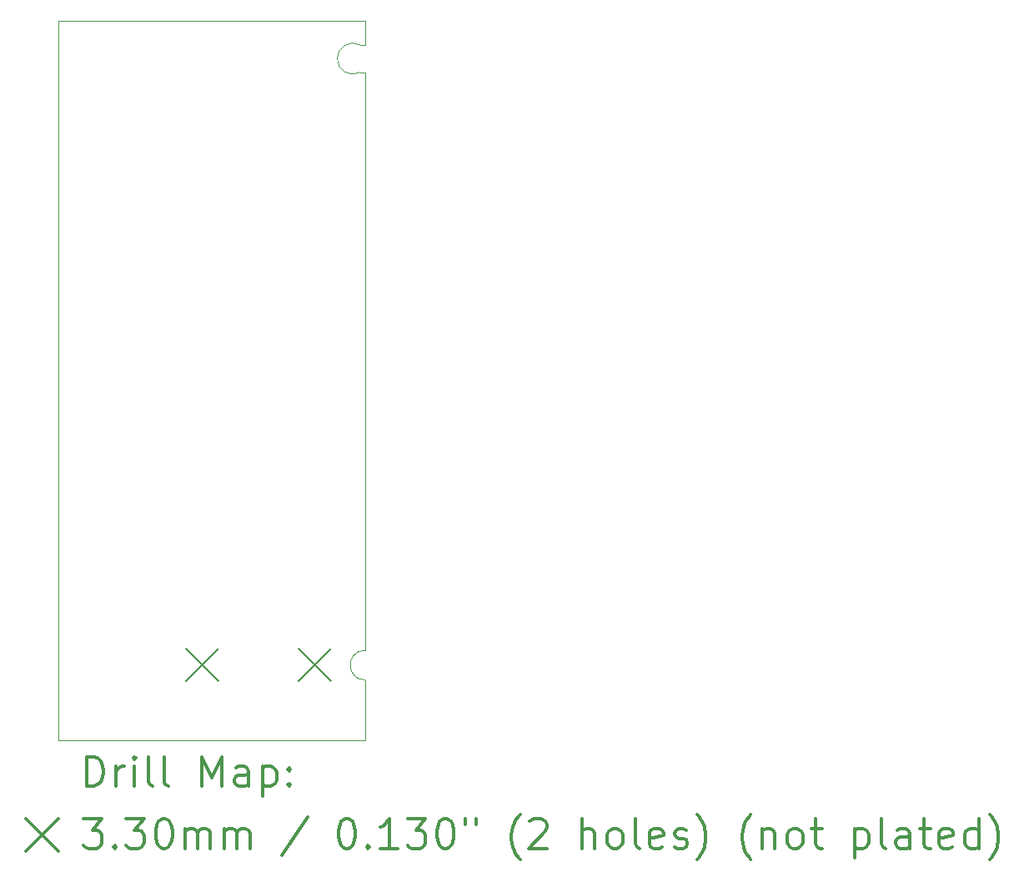
<source format=gbr>
%FSLAX45Y45*%
G04 Gerber Fmt 4.5, Leading zero omitted, Abs format (unit mm)*
G04 Created by KiCad (PCBNEW (5.1.6)-1) date 2023-01-22 16:57:35*
%MOMM*%
%LPD*%
G01*
G04 APERTURE LIST*
%TA.AperFunction,Profile*%
%ADD10C,0.050000*%
%TD*%
%ADD11C,0.200000*%
%ADD12C,0.300000*%
G04 APERTURE END LIST*
D10*
X14554200Y-6680200D02*
G75*
G02*
X14554200Y-6400800I-73800J139700D01*
G01*
X14605000Y-6400800D02*
X14554200Y-6400800D01*
X14605000Y-6680200D02*
X14554200Y-6680200D01*
X14605000Y-6159500D02*
X14605000Y-6400800D01*
X14605000Y-12850000D02*
G75*
G02*
X14605000Y-12550000I0J150000D01*
G01*
X11493500Y-6159500D02*
X12382500Y-6159500D01*
X11493500Y-6350000D02*
X11493500Y-6159500D01*
X11493500Y-9842500D02*
X11493500Y-6350000D01*
X11493500Y-13462000D02*
X11493500Y-9842500D01*
X14605000Y-6159500D02*
X12382500Y-6159500D01*
X14605000Y-12550000D02*
X14605000Y-6680200D01*
X14605000Y-13462000D02*
X14605000Y-12850000D01*
X11493500Y-13462000D02*
X14605000Y-13462000D01*
D11*
X12788900Y-12535000D02*
X13118900Y-12865000D01*
X13118900Y-12535000D02*
X12788900Y-12865000D01*
X13932100Y-12535000D02*
X14262100Y-12865000D01*
X14262100Y-12535000D02*
X13932100Y-12865000D01*
D12*
X11777428Y-13930214D02*
X11777428Y-13630214D01*
X11848857Y-13630214D01*
X11891714Y-13644500D01*
X11920286Y-13673071D01*
X11934571Y-13701643D01*
X11948857Y-13758786D01*
X11948857Y-13801643D01*
X11934571Y-13858786D01*
X11920286Y-13887357D01*
X11891714Y-13915929D01*
X11848857Y-13930214D01*
X11777428Y-13930214D01*
X12077428Y-13930214D02*
X12077428Y-13730214D01*
X12077428Y-13787357D02*
X12091714Y-13758786D01*
X12106000Y-13744500D01*
X12134571Y-13730214D01*
X12163143Y-13730214D01*
X12263143Y-13930214D02*
X12263143Y-13730214D01*
X12263143Y-13630214D02*
X12248857Y-13644500D01*
X12263143Y-13658786D01*
X12277428Y-13644500D01*
X12263143Y-13630214D01*
X12263143Y-13658786D01*
X12448857Y-13930214D02*
X12420286Y-13915929D01*
X12406000Y-13887357D01*
X12406000Y-13630214D01*
X12606000Y-13930214D02*
X12577428Y-13915929D01*
X12563143Y-13887357D01*
X12563143Y-13630214D01*
X12948857Y-13930214D02*
X12948857Y-13630214D01*
X13048857Y-13844500D01*
X13148857Y-13630214D01*
X13148857Y-13930214D01*
X13420286Y-13930214D02*
X13420286Y-13773071D01*
X13406000Y-13744500D01*
X13377428Y-13730214D01*
X13320286Y-13730214D01*
X13291714Y-13744500D01*
X13420286Y-13915929D02*
X13391714Y-13930214D01*
X13320286Y-13930214D01*
X13291714Y-13915929D01*
X13277428Y-13887357D01*
X13277428Y-13858786D01*
X13291714Y-13830214D01*
X13320286Y-13815929D01*
X13391714Y-13815929D01*
X13420286Y-13801643D01*
X13563143Y-13730214D02*
X13563143Y-14030214D01*
X13563143Y-13744500D02*
X13591714Y-13730214D01*
X13648857Y-13730214D01*
X13677428Y-13744500D01*
X13691714Y-13758786D01*
X13706000Y-13787357D01*
X13706000Y-13873071D01*
X13691714Y-13901643D01*
X13677428Y-13915929D01*
X13648857Y-13930214D01*
X13591714Y-13930214D01*
X13563143Y-13915929D01*
X13834571Y-13901643D02*
X13848857Y-13915929D01*
X13834571Y-13930214D01*
X13820286Y-13915929D01*
X13834571Y-13901643D01*
X13834571Y-13930214D01*
X13834571Y-13744500D02*
X13848857Y-13758786D01*
X13834571Y-13773071D01*
X13820286Y-13758786D01*
X13834571Y-13744500D01*
X13834571Y-13773071D01*
X11161000Y-14259500D02*
X11491000Y-14589500D01*
X11491000Y-14259500D02*
X11161000Y-14589500D01*
X11748857Y-14260214D02*
X11934571Y-14260214D01*
X11834571Y-14374500D01*
X11877428Y-14374500D01*
X11906000Y-14388786D01*
X11920286Y-14403071D01*
X11934571Y-14431643D01*
X11934571Y-14503071D01*
X11920286Y-14531643D01*
X11906000Y-14545929D01*
X11877428Y-14560214D01*
X11791714Y-14560214D01*
X11763143Y-14545929D01*
X11748857Y-14531643D01*
X12063143Y-14531643D02*
X12077428Y-14545929D01*
X12063143Y-14560214D01*
X12048857Y-14545929D01*
X12063143Y-14531643D01*
X12063143Y-14560214D01*
X12177428Y-14260214D02*
X12363143Y-14260214D01*
X12263143Y-14374500D01*
X12306000Y-14374500D01*
X12334571Y-14388786D01*
X12348857Y-14403071D01*
X12363143Y-14431643D01*
X12363143Y-14503071D01*
X12348857Y-14531643D01*
X12334571Y-14545929D01*
X12306000Y-14560214D01*
X12220286Y-14560214D01*
X12191714Y-14545929D01*
X12177428Y-14531643D01*
X12548857Y-14260214D02*
X12577428Y-14260214D01*
X12606000Y-14274500D01*
X12620286Y-14288786D01*
X12634571Y-14317357D01*
X12648857Y-14374500D01*
X12648857Y-14445929D01*
X12634571Y-14503071D01*
X12620286Y-14531643D01*
X12606000Y-14545929D01*
X12577428Y-14560214D01*
X12548857Y-14560214D01*
X12520286Y-14545929D01*
X12506000Y-14531643D01*
X12491714Y-14503071D01*
X12477428Y-14445929D01*
X12477428Y-14374500D01*
X12491714Y-14317357D01*
X12506000Y-14288786D01*
X12520286Y-14274500D01*
X12548857Y-14260214D01*
X12777428Y-14560214D02*
X12777428Y-14360214D01*
X12777428Y-14388786D02*
X12791714Y-14374500D01*
X12820286Y-14360214D01*
X12863143Y-14360214D01*
X12891714Y-14374500D01*
X12906000Y-14403071D01*
X12906000Y-14560214D01*
X12906000Y-14403071D02*
X12920286Y-14374500D01*
X12948857Y-14360214D01*
X12991714Y-14360214D01*
X13020286Y-14374500D01*
X13034571Y-14403071D01*
X13034571Y-14560214D01*
X13177428Y-14560214D02*
X13177428Y-14360214D01*
X13177428Y-14388786D02*
X13191714Y-14374500D01*
X13220286Y-14360214D01*
X13263143Y-14360214D01*
X13291714Y-14374500D01*
X13306000Y-14403071D01*
X13306000Y-14560214D01*
X13306000Y-14403071D02*
X13320286Y-14374500D01*
X13348857Y-14360214D01*
X13391714Y-14360214D01*
X13420286Y-14374500D01*
X13434571Y-14403071D01*
X13434571Y-14560214D01*
X14020286Y-14245929D02*
X13763143Y-14631643D01*
X14406000Y-14260214D02*
X14434571Y-14260214D01*
X14463143Y-14274500D01*
X14477428Y-14288786D01*
X14491714Y-14317357D01*
X14506000Y-14374500D01*
X14506000Y-14445929D01*
X14491714Y-14503071D01*
X14477428Y-14531643D01*
X14463143Y-14545929D01*
X14434571Y-14560214D01*
X14406000Y-14560214D01*
X14377428Y-14545929D01*
X14363143Y-14531643D01*
X14348857Y-14503071D01*
X14334571Y-14445929D01*
X14334571Y-14374500D01*
X14348857Y-14317357D01*
X14363143Y-14288786D01*
X14377428Y-14274500D01*
X14406000Y-14260214D01*
X14634571Y-14531643D02*
X14648857Y-14545929D01*
X14634571Y-14560214D01*
X14620286Y-14545929D01*
X14634571Y-14531643D01*
X14634571Y-14560214D01*
X14934571Y-14560214D02*
X14763143Y-14560214D01*
X14848857Y-14560214D02*
X14848857Y-14260214D01*
X14820286Y-14303071D01*
X14791714Y-14331643D01*
X14763143Y-14345929D01*
X15034571Y-14260214D02*
X15220286Y-14260214D01*
X15120286Y-14374500D01*
X15163143Y-14374500D01*
X15191714Y-14388786D01*
X15206000Y-14403071D01*
X15220286Y-14431643D01*
X15220286Y-14503071D01*
X15206000Y-14531643D01*
X15191714Y-14545929D01*
X15163143Y-14560214D01*
X15077428Y-14560214D01*
X15048857Y-14545929D01*
X15034571Y-14531643D01*
X15406000Y-14260214D02*
X15434571Y-14260214D01*
X15463143Y-14274500D01*
X15477428Y-14288786D01*
X15491714Y-14317357D01*
X15506000Y-14374500D01*
X15506000Y-14445929D01*
X15491714Y-14503071D01*
X15477428Y-14531643D01*
X15463143Y-14545929D01*
X15434571Y-14560214D01*
X15406000Y-14560214D01*
X15377428Y-14545929D01*
X15363143Y-14531643D01*
X15348857Y-14503071D01*
X15334571Y-14445929D01*
X15334571Y-14374500D01*
X15348857Y-14317357D01*
X15363143Y-14288786D01*
X15377428Y-14274500D01*
X15406000Y-14260214D01*
X15620286Y-14260214D02*
X15620286Y-14317357D01*
X15734571Y-14260214D02*
X15734571Y-14317357D01*
X16177428Y-14674500D02*
X16163143Y-14660214D01*
X16134571Y-14617357D01*
X16120286Y-14588786D01*
X16106000Y-14545929D01*
X16091714Y-14474500D01*
X16091714Y-14417357D01*
X16106000Y-14345929D01*
X16120286Y-14303071D01*
X16134571Y-14274500D01*
X16163143Y-14231643D01*
X16177428Y-14217357D01*
X16277428Y-14288786D02*
X16291714Y-14274500D01*
X16320286Y-14260214D01*
X16391714Y-14260214D01*
X16420286Y-14274500D01*
X16434571Y-14288786D01*
X16448857Y-14317357D01*
X16448857Y-14345929D01*
X16434571Y-14388786D01*
X16263143Y-14560214D01*
X16448857Y-14560214D01*
X16806000Y-14560214D02*
X16806000Y-14260214D01*
X16934571Y-14560214D02*
X16934571Y-14403071D01*
X16920286Y-14374500D01*
X16891714Y-14360214D01*
X16848857Y-14360214D01*
X16820286Y-14374500D01*
X16806000Y-14388786D01*
X17120286Y-14560214D02*
X17091714Y-14545929D01*
X17077428Y-14531643D01*
X17063143Y-14503071D01*
X17063143Y-14417357D01*
X17077428Y-14388786D01*
X17091714Y-14374500D01*
X17120286Y-14360214D01*
X17163143Y-14360214D01*
X17191714Y-14374500D01*
X17206000Y-14388786D01*
X17220286Y-14417357D01*
X17220286Y-14503071D01*
X17206000Y-14531643D01*
X17191714Y-14545929D01*
X17163143Y-14560214D01*
X17120286Y-14560214D01*
X17391714Y-14560214D02*
X17363143Y-14545929D01*
X17348857Y-14517357D01*
X17348857Y-14260214D01*
X17620286Y-14545929D02*
X17591714Y-14560214D01*
X17534571Y-14560214D01*
X17506000Y-14545929D01*
X17491714Y-14517357D01*
X17491714Y-14403071D01*
X17506000Y-14374500D01*
X17534571Y-14360214D01*
X17591714Y-14360214D01*
X17620286Y-14374500D01*
X17634571Y-14403071D01*
X17634571Y-14431643D01*
X17491714Y-14460214D01*
X17748857Y-14545929D02*
X17777428Y-14560214D01*
X17834571Y-14560214D01*
X17863143Y-14545929D01*
X17877428Y-14517357D01*
X17877428Y-14503071D01*
X17863143Y-14474500D01*
X17834571Y-14460214D01*
X17791714Y-14460214D01*
X17763143Y-14445929D01*
X17748857Y-14417357D01*
X17748857Y-14403071D01*
X17763143Y-14374500D01*
X17791714Y-14360214D01*
X17834571Y-14360214D01*
X17863143Y-14374500D01*
X17977428Y-14674500D02*
X17991714Y-14660214D01*
X18020286Y-14617357D01*
X18034571Y-14588786D01*
X18048857Y-14545929D01*
X18063143Y-14474500D01*
X18063143Y-14417357D01*
X18048857Y-14345929D01*
X18034571Y-14303071D01*
X18020286Y-14274500D01*
X17991714Y-14231643D01*
X17977428Y-14217357D01*
X18520286Y-14674500D02*
X18506000Y-14660214D01*
X18477428Y-14617357D01*
X18463143Y-14588786D01*
X18448857Y-14545929D01*
X18434571Y-14474500D01*
X18434571Y-14417357D01*
X18448857Y-14345929D01*
X18463143Y-14303071D01*
X18477428Y-14274500D01*
X18506000Y-14231643D01*
X18520286Y-14217357D01*
X18634571Y-14360214D02*
X18634571Y-14560214D01*
X18634571Y-14388786D02*
X18648857Y-14374500D01*
X18677428Y-14360214D01*
X18720286Y-14360214D01*
X18748857Y-14374500D01*
X18763143Y-14403071D01*
X18763143Y-14560214D01*
X18948857Y-14560214D02*
X18920286Y-14545929D01*
X18906000Y-14531643D01*
X18891714Y-14503071D01*
X18891714Y-14417357D01*
X18906000Y-14388786D01*
X18920286Y-14374500D01*
X18948857Y-14360214D01*
X18991714Y-14360214D01*
X19020286Y-14374500D01*
X19034571Y-14388786D01*
X19048857Y-14417357D01*
X19048857Y-14503071D01*
X19034571Y-14531643D01*
X19020286Y-14545929D01*
X18991714Y-14560214D01*
X18948857Y-14560214D01*
X19134571Y-14360214D02*
X19248857Y-14360214D01*
X19177428Y-14260214D02*
X19177428Y-14517357D01*
X19191714Y-14545929D01*
X19220286Y-14560214D01*
X19248857Y-14560214D01*
X19577428Y-14360214D02*
X19577428Y-14660214D01*
X19577428Y-14374500D02*
X19606000Y-14360214D01*
X19663143Y-14360214D01*
X19691714Y-14374500D01*
X19706000Y-14388786D01*
X19720286Y-14417357D01*
X19720286Y-14503071D01*
X19706000Y-14531643D01*
X19691714Y-14545929D01*
X19663143Y-14560214D01*
X19606000Y-14560214D01*
X19577428Y-14545929D01*
X19891714Y-14560214D02*
X19863143Y-14545929D01*
X19848857Y-14517357D01*
X19848857Y-14260214D01*
X20134571Y-14560214D02*
X20134571Y-14403071D01*
X20120286Y-14374500D01*
X20091714Y-14360214D01*
X20034571Y-14360214D01*
X20006000Y-14374500D01*
X20134571Y-14545929D02*
X20106000Y-14560214D01*
X20034571Y-14560214D01*
X20006000Y-14545929D01*
X19991714Y-14517357D01*
X19991714Y-14488786D01*
X20006000Y-14460214D01*
X20034571Y-14445929D01*
X20106000Y-14445929D01*
X20134571Y-14431643D01*
X20234571Y-14360214D02*
X20348857Y-14360214D01*
X20277428Y-14260214D02*
X20277428Y-14517357D01*
X20291714Y-14545929D01*
X20320286Y-14560214D01*
X20348857Y-14560214D01*
X20563143Y-14545929D02*
X20534571Y-14560214D01*
X20477428Y-14560214D01*
X20448857Y-14545929D01*
X20434571Y-14517357D01*
X20434571Y-14403071D01*
X20448857Y-14374500D01*
X20477428Y-14360214D01*
X20534571Y-14360214D01*
X20563143Y-14374500D01*
X20577428Y-14403071D01*
X20577428Y-14431643D01*
X20434571Y-14460214D01*
X20834571Y-14560214D02*
X20834571Y-14260214D01*
X20834571Y-14545929D02*
X20806000Y-14560214D01*
X20748857Y-14560214D01*
X20720286Y-14545929D01*
X20706000Y-14531643D01*
X20691714Y-14503071D01*
X20691714Y-14417357D01*
X20706000Y-14388786D01*
X20720286Y-14374500D01*
X20748857Y-14360214D01*
X20806000Y-14360214D01*
X20834571Y-14374500D01*
X20948857Y-14674500D02*
X20963143Y-14660214D01*
X20991714Y-14617357D01*
X21006000Y-14588786D01*
X21020286Y-14545929D01*
X21034571Y-14474500D01*
X21034571Y-14417357D01*
X21020286Y-14345929D01*
X21006000Y-14303071D01*
X20991714Y-14274500D01*
X20963143Y-14231643D01*
X20948857Y-14217357D01*
M02*

</source>
